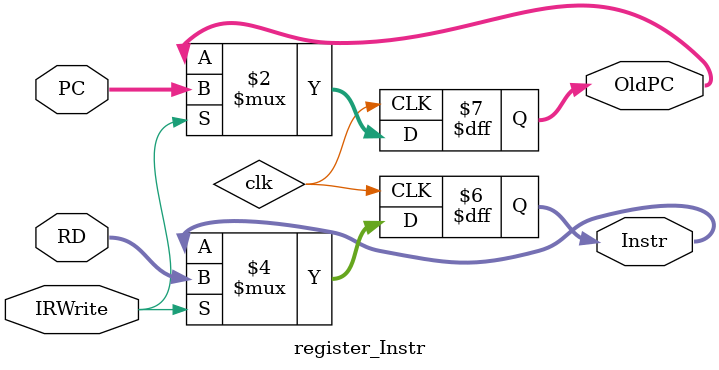
<source format=sv>
module register_Instr(
    input logic [31:0] RD,
    input logic [31:0] PC,
    input logic IRWrite,
    output logic [31:0] Instr,
    output logic [31:0] OldPC
);

    always_ff@(posedge clk) begin
        // when IRWrite asserted from Control Unit during fetch, Instr stored
        if (IRWrite) begin
            Instr <= RD;

            // OldPC syncs with being captured at the same time too
            OldPC <= PC;
        end
    end

endmodule

</source>
